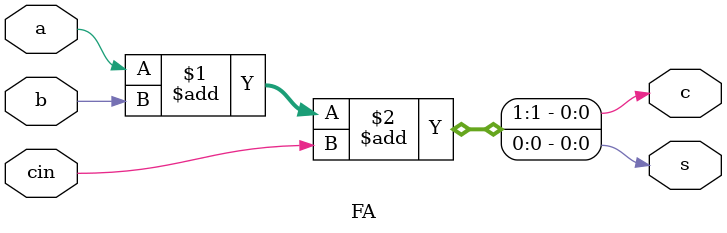
<source format=v>

module FA(input a,b,cin,
          output c,s);

assign {c,s} = a+b+cin;

endmodule


</source>
